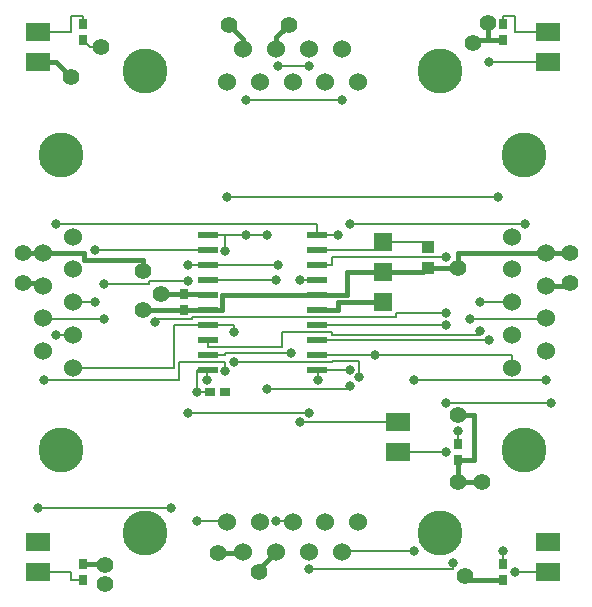
<source format=gbr>
%FSLAX14Y14*%
%MOIN*%
G04 EasyPC Gerber Version 18.0.1 Build 3581 *
%ADD26R,0.02800X0.03500*%
%ADD29R,0.03937X0.04291*%
%ADD14R,0.06000X0.06000*%
%ADD74C,0.00800*%
%ADD70C,0.01500*%
%ADD73C,0.03200*%
%ADD17C,0.05600*%
%ADD13C,0.06000*%
%ADD25R,0.06600X0.02000*%
%ADD27R,0.03500X0.02800*%
%ADD28C,0.15000*%
%ADD72R,0.08000X0.06000*%
X0Y0D02*
D02*
D13*
X1700Y8544D03*
Y9635D03*
Y10725D03*
Y11816D03*
X2700Y7999D03*
Y9089D03*
Y10180D03*
Y11271D03*
Y12361D03*
X7844Y2855D03*
Y17505D03*
X8389Y1855D03*
Y18620D03*
X8934Y2855D03*
Y17505D03*
X9480Y1855D03*
Y18620D03*
X10025Y2855D03*
Y17505D03*
X10570Y1855D03*
Y18620D03*
X11116Y2855D03*
Y17505D03*
X11661Y1855D03*
Y18620D03*
X12206Y2855D03*
Y17505D03*
X17350Y7999D03*
Y9089D03*
Y10180D03*
Y11271D03*
Y12361D03*
X18465Y8544D03*
Y9635D03*
Y10725D03*
Y11816D03*
D02*
D14*
X13025Y10180D03*
Y11180D03*
Y12180D03*
D02*
D17*
X1025Y10805D03*
Y11805D03*
X2650Y17680D03*
X3650Y18680D03*
X3775Y780D03*
Y1430D03*
X5025Y9930D03*
Y11230D03*
X5650Y10435D03*
X7525Y1805D03*
X7900Y19430D03*
X8900Y1180D03*
X9900Y19430D03*
X15525Y4180D03*
Y6430D03*
Y11330D03*
X15775Y1055D03*
X16025Y18805D03*
X16325Y4180D03*
X16525Y19480D03*
X19275Y10805D03*
Y11805D03*
D02*
D70*
X1025Y10805D02*
X1620D01*
X1700Y10725*
X1525Y18180D02*
X2150D01*
X2650Y17680*
X1700Y11816D02*
X3075D01*
Y11580*
X5025*
Y11230*
X1700Y11816D02*
X1689Y11805D01*
X1025*
X3775Y1430D02*
X3770Y1435D01*
X3025*
X5025Y9930D02*
X6425D01*
X6400Y9925*
X7190*
X7195Y9930*
X6400Y10435D02*
X5650D01*
X6400D02*
X7190D01*
X7195Y10430*
X7525Y1805D02*
X8339D01*
X7900Y19430D02*
X8389Y18941D01*
Y18620*
X8900Y1180D02*
Y1275D01*
X9480Y1855*
Y18620D02*
Y19010D01*
X9900Y19430*
X10855Y10430D02*
X7675D01*
Y9930*
X7195*
X13025Y10180D02*
X11525D01*
Y9930*
X10855*
X13025Y11180D02*
X11825D01*
Y10430*
X10855*
X13025Y11180D02*
X14375D01*
X14525Y11330*
X15525Y4180D02*
X16325D01*
X15525D02*
Y4925D01*
Y6430D02*
X16075D01*
Y4930*
X15525*
Y4925*
Y11330D02*
X14525D01*
X15775Y1055D02*
X15905Y925D01*
X17025*
X16525Y19480D02*
Y18930D01*
X17025*
Y18925*
X16145*
X16025Y18805*
X18465Y10725D02*
X19195D01*
X19275Y10805*
X18465Y11816D02*
X15525D01*
Y11330*
X18465Y11816D02*
X19264D01*
X19275Y11805*
D02*
D25*
X7195Y7930D03*
Y8430D03*
Y8930D03*
Y9430D03*
Y9930D03*
Y10430D03*
Y10930D03*
Y11430D03*
Y11930D03*
Y12430D03*
X10855Y7930D03*
Y8430D03*
Y8930D03*
Y9430D03*
Y9930D03*
Y10430D03*
Y10930D03*
Y11430D03*
Y11930D03*
Y12430D03*
D02*
D26*
X3025Y925D03*
Y1435D03*
Y18925D03*
Y19435D03*
X6400Y9925D03*
Y10435D03*
X15525Y4925D03*
Y5435D03*
X17025Y925D03*
Y1435D03*
Y18925D03*
Y19435D03*
D02*
D27*
X7270Y7180D03*
X7780D03*
D02*
D28*
X2315Y5260D03*
Y15100D03*
X5105Y2470D03*
Y17890D03*
X14945Y2470D03*
Y17890D03*
X17735Y5260D03*
Y15100D03*
D02*
D29*
X14525Y11330D03*
Y12030D03*
D02*
D72*
X1525Y1180D03*
Y2180D03*
Y18180D03*
Y19180D03*
X13525Y5180D03*
Y6180D03*
X18525Y1180D03*
Y2180D03*
Y18180D03*
Y19180D03*
D02*
D73*
X1525Y3330D03*
X1725Y7580D03*
X2125Y9080D03*
Y12780D03*
X3425Y10180D03*
Y11930D03*
X3725Y9630D03*
Y10780D03*
X5425Y9530D03*
X5975Y3330D03*
X6525Y6480D03*
Y10880D03*
Y11430D03*
X6825Y2880D03*
Y7180D03*
X7175Y7580D03*
X7775Y7880D03*
Y11880D03*
X7825Y13680D03*
X8075Y8180D03*
Y9180D03*
X8475Y12430D03*
Y16930D03*
X9175Y7280D03*
Y12430D03*
X9475Y2880D03*
Y10930D03*
X9525Y11430D03*
Y18055D03*
X9975Y8480D03*
X10275Y6180D03*
Y10930D03*
X10570Y6480D03*
X10575Y1280D03*
Y18055D03*
X10875Y7580D03*
X11525Y12430D03*
X11675Y16930D03*
X11925Y7380D03*
Y7930D03*
Y12780D03*
X12225Y7680D03*
X12775Y8430D03*
X14075Y1880D03*
Y7580D03*
X15125Y5180D03*
Y6830D03*
Y9430D03*
Y9830D03*
Y11680D03*
X15375Y1480D03*
X15525Y5880D03*
X15925Y9630D03*
X16275Y9230D03*
Y10180D03*
X16575Y8930D03*
Y18180D03*
X16875Y13680D03*
X17025Y1880D03*
X17425Y1180D03*
X17775Y12780D03*
X18475Y7580D03*
X18625Y6830D03*
D02*
D74*
X2125Y9080D02*
X2700D01*
Y9089*
X3025Y925D02*
Y930D01*
X2625*
Y1180*
X1525*
X3025Y19435D02*
Y19730D01*
X2625*
Y19180*
X1525*
X3425Y10180D02*
X2700D01*
X3425Y11930D02*
X7195D01*
X3650Y18680D02*
X3270D01*
X3025Y18925*
X3725Y9630D02*
X1725D01*
X1700Y9635*
X5975Y3330D02*
X1525D01*
X6525Y6480D02*
X10570D01*
X6525Y10880D02*
X5225D01*
Y10780*
X3725*
X6525Y11430D02*
X7195D01*
X6825Y2880D02*
X7825D01*
X7844Y2855*
X6825Y7180D02*
X7270D01*
X7175Y7930D02*
X7195D01*
X7175D02*
X6825D01*
Y7180*
X7175Y7930D02*
Y7580D01*
X7195Y9430D02*
X6075D01*
Y7980*
X2725*
X2700Y7999*
X7195Y11430D02*
X9525D01*
X7775Y7880D02*
Y8180D01*
X6225*
Y7580*
X1725*
X7775Y12430D02*
X7195D01*
X7775D02*
Y11880D01*
Y12430D02*
X8475D01*
X8075Y9180D02*
Y9430D01*
X7195*
X8339Y1805D02*
X8389Y1855D01*
X8475Y16930D02*
X11675D01*
X9175Y12430D02*
X8475D01*
X9475Y2880D02*
X10025D01*
Y2855*
X9475Y10930D02*
X7195D01*
X9525Y18055D02*
X10575D01*
X9975Y8480D02*
X7775D01*
Y8430*
X7195*
X10275Y6180D02*
X13525D01*
X10275Y10930D02*
X10855D01*
X10575Y1280D02*
X15375D01*
Y1480*
X10855Y12430D02*
X10835D01*
Y12780*
X2125*
X10875Y7930D02*
X10855D01*
X10875D02*
X11925D01*
X10875D02*
Y7580D01*
X11525Y12430D02*
X10855D01*
X11925Y7380D02*
Y7280D01*
X9175*
X11925Y12780D02*
X17775D01*
X12225Y7680D02*
Y8230D01*
X11325*
Y8180*
X8075*
X12775Y8430D02*
X10855D01*
X12775D02*
X17350D01*
Y7999*
X13025Y12180D02*
Y11930D01*
X10855*
X13025Y12180D02*
X14525D01*
Y12030*
X14075Y1880D02*
X11661D01*
Y1855*
X14075Y7580D02*
X18475D01*
X15125Y5180D02*
X13525D01*
X15125Y6830D02*
X18625D01*
X15125Y9430D02*
X10855D01*
X15125Y9830D02*
X13475D01*
Y9680*
X6675*
Y9630*
X5425*
Y9530*
X15125Y11680D02*
X11325D01*
Y11430*
X10855*
X15525Y5880D02*
Y5435D01*
X15925Y9630D02*
X18475D01*
X18465Y9635*
X16275Y9230D02*
Y9080D01*
X11325*
Y9180*
X9675*
Y8680*
X7215*
Y8930*
X7195*
X16275Y10180D02*
X17350D01*
X16575Y8930D02*
X10855D01*
X16575Y18180D02*
X18525D01*
X16875Y13680D02*
X7825D01*
X17025Y1880D02*
Y1435D01*
Y19435D02*
Y19730D01*
X17425*
Y19180*
X18525*
X17425Y1180D02*
X18525D01*
X0Y0D02*
M02*

</source>
